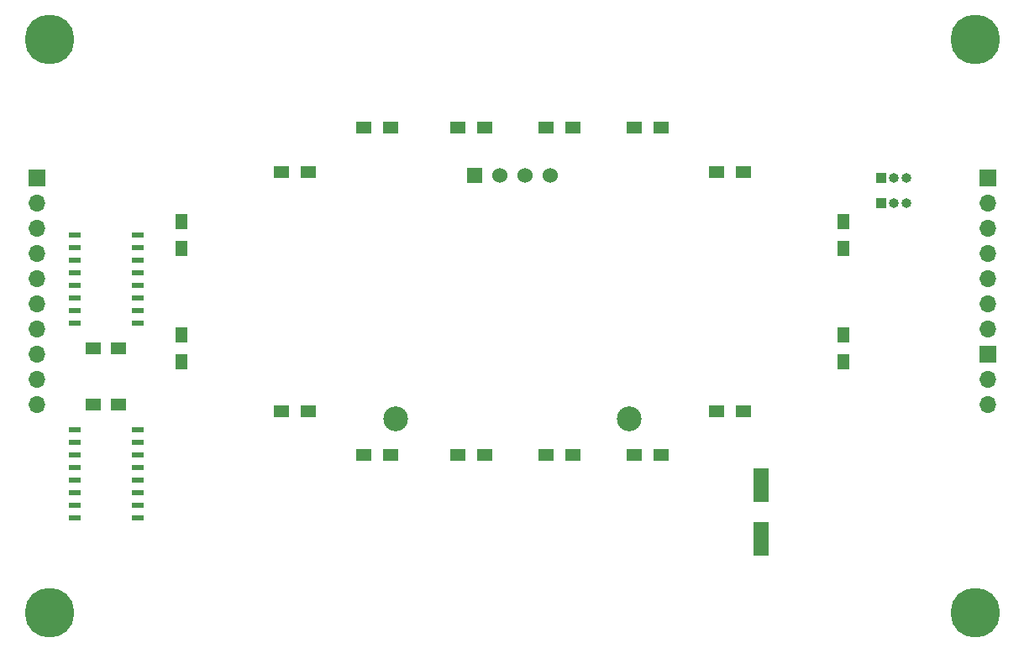
<source format=gbs>
G04 #@! TF.GenerationSoftware,KiCad,Pcbnew,(5.1.8)-1*
G04 #@! TF.CreationDate,2021-01-16T00:36:23+01:00*
G04 #@! TF.ProjectId,8bitWave Faceplate A1,38626974-5761-4766-9520-46616365706c,rev?*
G04 #@! TF.SameCoordinates,Original*
G04 #@! TF.FileFunction,Soldermask,Bot*
G04 #@! TF.FilePolarity,Negative*
%FSLAX46Y46*%
G04 Gerber Fmt 4.6, Leading zero omitted, Abs format (unit mm)*
G04 Created by KiCad (PCBNEW (5.1.8)-1) date 2021-01-16 00:36:23*
%MOMM*%
%LPD*%
G01*
G04 APERTURE LIST*
%ADD10O,1.700000X1.700000*%
%ADD11R,1.700000X1.700000*%
%ADD12R,1.143000X0.508000*%
%ADD13C,2.500000*%
%ADD14R,1.524000X1.524000*%
%ADD15C,1.524000*%
%ADD16C,5.000000*%
%ADD17R,1.500000X1.250000*%
%ADD18R,1.600000X3.500000*%
%ADD19R,1.500000X1.300000*%
%ADD20R,1.300000X1.500000*%
%ADD21O,1.000000X1.000000*%
%ADD22R,1.000000X1.000000*%
G04 APERTURE END LIST*
D10*
X72390000Y-118110000D03*
X72390000Y-115570000D03*
X72390000Y-113030000D03*
X72390000Y-110490000D03*
X72390000Y-107950000D03*
X72390000Y-105410000D03*
X72390000Y-102870000D03*
X72390000Y-100330000D03*
X72390000Y-97790000D03*
D11*
X72390000Y-95250000D03*
D12*
X76200000Y-120650000D03*
X76200000Y-123190000D03*
X76200000Y-124460000D03*
X76200000Y-125730000D03*
X76200000Y-127000000D03*
X76200000Y-128270000D03*
X76200000Y-129540000D03*
X82550000Y-129540000D03*
X82550000Y-128270000D03*
X82550000Y-127000000D03*
X82550000Y-125730000D03*
X82550000Y-124460000D03*
X82550000Y-123190000D03*
X82550000Y-121920000D03*
X82550000Y-120650000D03*
X76200000Y-121920000D03*
D13*
X132085000Y-119500000D03*
X108585000Y-119500000D03*
D14*
X116525000Y-95000000D03*
D15*
X119065000Y-95000000D03*
X121605000Y-95000000D03*
X124145000Y-95000000D03*
D11*
X168275000Y-95250000D03*
D10*
X168275000Y-97790000D03*
X168275000Y-100330000D03*
X168275000Y-102870000D03*
X168275000Y-105410000D03*
X168275000Y-107950000D03*
X168275000Y-110490000D03*
D16*
X73660000Y-139065000D03*
X167005000Y-139065000D03*
X167005000Y-81280000D03*
X73660000Y-81280000D03*
D11*
X168275000Y-113030000D03*
D10*
X168275000Y-115570000D03*
X168275000Y-118110000D03*
D17*
X78105000Y-118110000D03*
X80605000Y-118110000D03*
X80625000Y-112395000D03*
X78125000Y-112395000D03*
D18*
X145415000Y-131605000D03*
X145415000Y-126205000D03*
D19*
X140890000Y-118745000D03*
X143590000Y-118745000D03*
X132635000Y-123190000D03*
X135335000Y-123190000D03*
X123745000Y-123190000D03*
X126445000Y-123190000D03*
X114855000Y-123190000D03*
X117555000Y-123190000D03*
X105330000Y-123190000D03*
X108030000Y-123190000D03*
X97075000Y-118745000D03*
X99775000Y-118745000D03*
D20*
X86995000Y-111045000D03*
X86995000Y-113745000D03*
X86995000Y-99615000D03*
X86995000Y-102315000D03*
D19*
X99775000Y-94615000D03*
X97075000Y-94615000D03*
X108030000Y-90170000D03*
X105330000Y-90170000D03*
X117555000Y-90170000D03*
X114855000Y-90170000D03*
X123745000Y-90170000D03*
X126445000Y-90170000D03*
X135335000Y-90170000D03*
X132635000Y-90170000D03*
X143590000Y-94615000D03*
X140890000Y-94615000D03*
D20*
X153670000Y-102315000D03*
X153670000Y-99615000D03*
X153670000Y-113745000D03*
X153670000Y-111045000D03*
D12*
X82550000Y-109855000D03*
X82550000Y-107315000D03*
X82550000Y-106045000D03*
X82550000Y-104775000D03*
X82550000Y-103505000D03*
X82550000Y-102235000D03*
X82550000Y-100965000D03*
X76200000Y-100965000D03*
X76200000Y-102235000D03*
X76200000Y-103505000D03*
X76200000Y-104775000D03*
X76200000Y-106045000D03*
X76200000Y-107315000D03*
X76200000Y-108585000D03*
X76200000Y-109855000D03*
X82550000Y-108585000D03*
D21*
X160020000Y-95250000D03*
X158750000Y-95250000D03*
D22*
X157480000Y-95250000D03*
X157480000Y-97790000D03*
D21*
X158750000Y-97790000D03*
X160020000Y-97790000D03*
M02*

</source>
